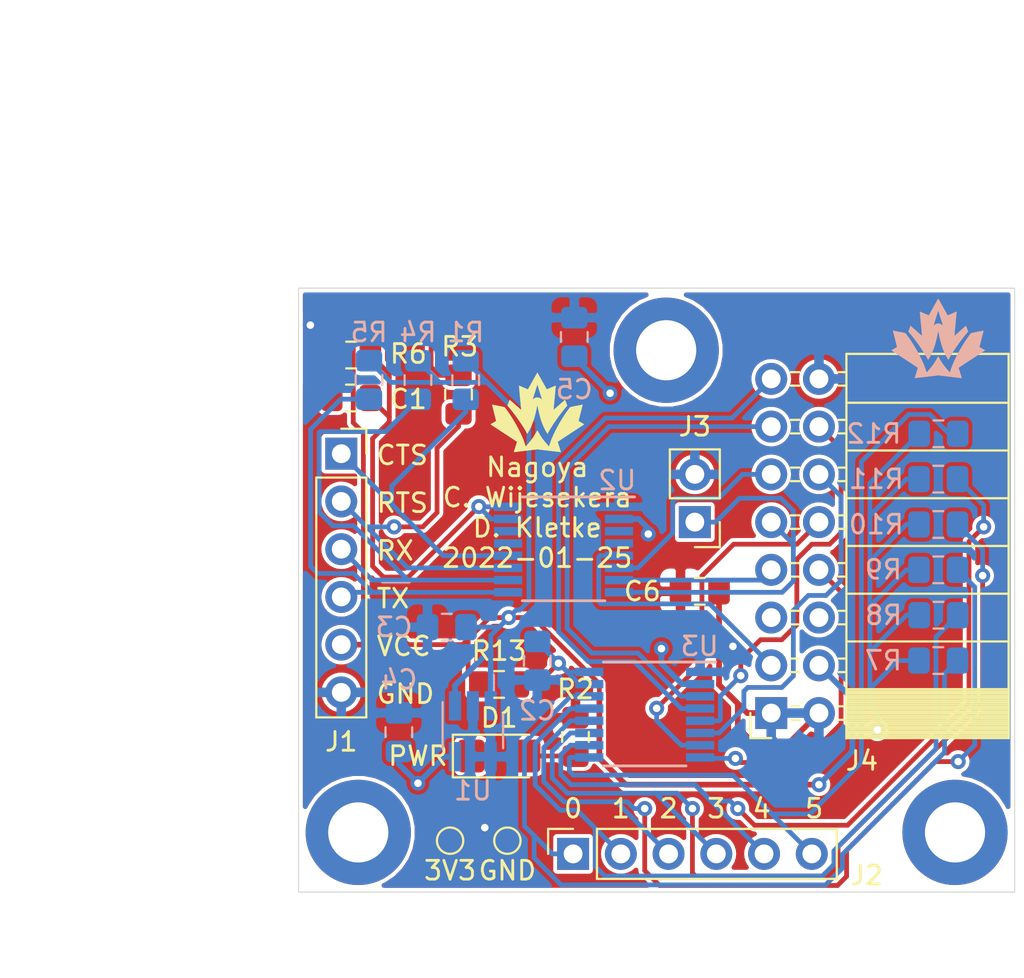
<source format=kicad_pcb>
(kicad_pcb (version 20171130) (host pcbnew "(5.1.2)-1")
  (layers (0 F.Cu signal) (31 B.Cu signal) (34 B.Paste user hide) (35 F.Paste user hide) (36 B.SilkS user) (37 F.SilkS user) (38 B.Mask user) (39 F.Mask user hide) (44 Edge.Cuts user))
  (net 0 "")
  (net 1 GND)
  (net 2 +3V3)
  (net 3 "Net-(D1-Pad2)")
  (net 4 /TX_H)
  (net 5 /RX_H)
  (net 6 /~RTS_H)
  (net 7 /~CTS_H)
  (net 8 /GPIO5_H)
  (net 9 /GPIO4_H)
  (net 10 /GPIO3_H)
  (net 11 /GPIO2_H)
  (net 12 /GPIO1_H)
  (net 13 /GPIO0_H)
  (net 14 /TX)
  (net 15 /GPIO1)
  (net 16 /GPIO2)
  (net 17 /GPIO0)
  (net 18 /GPIO3)
  (net 19 /~RTS)
  (net 20 /GPIO4)
  (net 21 /GPIO5)
  (net 22 /RX)
  (net 23 "Net-(J4-Pad6)")
  (net 24 "Net-(J4-Pad5)")
  (net 25 /~CTS)
  (net 26 "Net-(U2-Pad14)")
  (net 27 "Net-(U2-Pad3)")
  (net 28 +5V)
  (net 29 "Net-(U2-Pad13)")
  (net 30 "Net-(U2-Pad4)")
  (net 31 /EN1)
  (net 32 /EN2)
  (module Connector_PinHeader_2.54mm:PinHeader_1x02_P2.54mm_Vertical (layer F.Cu) (at 210.312 96.52 180)
    (fp_text reference J3 (at 0 5.08) (layer F.SilkS))
    (fp_text value "Bootload Short")
    (pad 2 thru_hole oval (at 0 2.54 180) (size 1.7 1.7) (drill 1) (layers *.Cu *.Mask) (net 1 GND))
    (pad 1 thru_hole rect (at 0 0 180) (size 1.7 1.7) (drill 1) (layers *.Cu *.Mask) (net 14 /TX))
  )
  (module Connector_PinSocket_2.54mm:PinSocket_1x06_P2.54mm_Vertical (layer F.Cu) (at 203.835 114.173 90)
    (fp_text reference J2 (at -1.143 15.621 180) (layer F.SilkS))
    (fp_text value 0.1in_Header_Pins_01x06)
    (pad 6 thru_hole oval (at 0 12.7 90) (size 1.7 1.7) (drill 1) (layers *.Cu *.Mask) (net 8 /GPIO5_H))
    (pad 5 thru_hole oval (at 0 10.16 90) (size 1.7 1.7) (drill 1) (layers *.Cu *.Mask) (net 9 /GPIO4_H))
    (pad 4 thru_hole oval (at 0 7.62 90) (size 1.7 1.7) (drill 1) (layers *.Cu *.Mask) (net 10 /GPIO3_H))
    (pad 3 thru_hole oval (at 0 5.08 90) (size 1.7 1.7) (drill 1) (layers *.Cu *.Mask) (net 11 /GPIO2_H))
    (pad 2 thru_hole oval (at 0 2.54 90) (size 1.7 1.7) (drill 1) (layers *.Cu *.Mask) (net 12 /GPIO1_H))
    (pad 1 thru_hole rect (at 0 0 90) (size 1.7 1.7) (drill 1) (layers *.Cu *.Mask) (net 13 /GPIO0_H))
  )
  (module Package_SO:TSSOP-16_4.4x5mm_P0.65mm (layer B.Cu) (at 207.645 106.766 180)
    (fp_text reference U3 (at -2.921 3.642) (layer B.SilkS) (effects (justify mirror)))
    (fp_text value NVT2006PW)
    (pad 16 smd rect (at 2.95 2.275 180) (size 1.5 0.45) (layers B.Cu B.Paste B.Mask) (net 32 /EN2))
    (pad 15 smd rect (at 2.95 1.625 180) (size 1.5 0.45) (layers B.Cu B.Paste B.Mask) (net 32 /EN2))
    (pad 14 smd rect (at 2.95 0.975 180) (size 1.5 0.45) (layers B.Cu B.Paste B.Mask) (net 13 /GPIO0_H))
    (pad 13 smd rect (at 2.95 0.325 180) (size 1.5 0.45) (layers B.Cu B.Paste B.Mask) (net 12 /GPIO1_H))
    (pad 12 smd rect (at 2.95 -0.325 180) (size 1.5 0.45) (layers B.Cu B.Paste B.Mask) (net 11 /GPIO2_H))
    (pad 11 smd rect (at 2.95 -0.975 180) (size 1.5 0.45) (layers B.Cu B.Paste B.Mask) (net 10 /GPIO3_H))
    (pad 10 smd rect (at 2.95 -1.625 180) (size 1.5 0.45) (layers B.Cu B.Paste B.Mask) (net 9 /GPIO4_H))
    (pad 9 smd rect (at 2.95 -2.275 180) (size 1.5 0.45) (layers B.Cu B.Paste B.Mask) (net 8 /GPIO5_H))
    (pad 8 smd rect (at -2.95 -2.275 180) (size 1.5 0.45) (layers B.Cu B.Paste B.Mask) (net 21 /GPIO5))
    (pad 7 smd rect (at -2.95 -1.625 180) (size 1.5 0.45) (layers B.Cu B.Paste B.Mask) (net 20 /GPIO4))
    (pad 6 smd rect (at -2.95 -0.975 180) (size 1.5 0.45) (layers B.Cu B.Paste B.Mask) (net 18 /GPIO3))
    (pad 5 smd rect (at -2.95 -0.325 180) (size 1.5 0.45) (layers B.Cu B.Paste B.Mask) (net 16 /GPIO2))
    (pad 4 smd rect (at -2.95 0.325 180) (size 1.5 0.45) (layers B.Cu B.Paste B.Mask) (net 15 /GPIO1))
    (pad 3 smd rect (at -2.95 0.975 180) (size 1.5 0.45) (layers B.Cu B.Paste B.Mask) (net 17 /GPIO0))
    (pad 2 smd rect (at -2.95 1.625 180) (size 1.5 0.45) (layers B.Cu B.Paste B.Mask) (net 2 +3V3))
    (pad 1 smd rect (at -2.95 2.275 180) (size 1.5 0.45) (layers B.Cu B.Paste B.Mask) (net 1 GND))
  )
  (module Package_SO:TSSOP-16_4.4x5mm_P0.65mm (layer B.Cu) (at 203.327 97.9805 180)
    (fp_text reference U2 (at -2.8575 3.683) (layer B.SilkS) (effects (justify mirror)))
    (fp_text value NVT2006PW)
    (pad 16 smd rect (at 2.95 2.275 180) (size 1.5 0.45) (layers B.Cu B.Paste B.Mask) (net 31 /EN1))
    (pad 15 smd rect (at 2.95 1.625 180) (size 1.5 0.45) (layers B.Cu B.Paste B.Mask) (net 31 /EN1))
    (pad 14 smd rect (at 2.95 0.975 180) (size 1.5 0.45) (layers B.Cu B.Paste B.Mask) (net 26 "Net-(U2-Pad14)"))
    (pad 13 smd rect (at 2.95 0.325 180) (size 1.5 0.45) (layers B.Cu B.Paste B.Mask) (net 29 "Net-(U2-Pad13)"))
    (pad 12 smd rect (at 2.95 -0.325 180) (size 1.5 0.45) (layers B.Cu B.Paste B.Mask) (net 7 /~CTS_H))
    (pad 11 smd rect (at 2.95 -0.975 180) (size 1.5 0.45) (layers B.Cu B.Paste B.Mask) (net 6 /~RTS_H))
    (pad 10 smd rect (at 2.95 -1.625 180) (size 1.5 0.45) (layers B.Cu B.Paste B.Mask) (net 5 /RX_H))
    (pad 9 smd rect (at 2.95 -2.275 180) (size 1.5 0.45) (layers B.Cu B.Paste B.Mask) (net 4 /TX_H))
    (pad 8 smd rect (at -2.95 -2.275 180) (size 1.5 0.45) (layers B.Cu B.Paste B.Mask) (net 14 /TX))
    (pad 7 smd rect (at -2.95 -1.625 180) (size 1.5 0.45) (layers B.Cu B.Paste B.Mask) (net 22 /RX))
    (pad 6 smd rect (at -2.95 -0.975 180) (size 1.5 0.45) (layers B.Cu B.Paste B.Mask) (net 19 /~RTS))
    (pad 5 smd rect (at -2.95 -0.325 180) (size 1.5 0.45) (layers B.Cu B.Paste B.Mask) (net 25 /~CTS))
    (pad 4 smd rect (at -2.95 0.325 180) (size 1.5 0.45) (layers B.Cu B.Paste B.Mask) (net 30 "Net-(U2-Pad4)"))
    (pad 3 smd rect (at -2.95 0.975 180) (size 1.5 0.45) (layers B.Cu B.Paste B.Mask) (net 27 "Net-(U2-Pad3)"))
    (pad 2 smd rect (at -2.95 1.625 180) (size 1.5 0.45) (layers B.Cu B.Paste B.Mask) (net 2 +3V3))
    (pad 1 smd rect (at -2.95 2.275 180) (size 1.5 0.45) (layers B.Cu B.Paste B.Mask) (net 1 GND))
  )
  (module Resistor_SMD:R_0805_2012Metric_Pad1.15x1.40mm_HandSolder (layer F.Cu) (at 199.898 105.156)
    (fp_text reference R13 (at 0 -1.778) (layer F.SilkS))
    (fp_text value 200k)
    (pad 2 smd roundrect (at 1.025 0) (size 1.15 1.4) (layers F.Cu F.Paste F.Mask) (roundrect_rratio 0.217391) (net 32 /EN2))
    (pad 1 smd roundrect (at -1.025 0) (size 1.15 1.4) (layers F.Cu F.Paste F.Mask) (roundrect_rratio 0.217391) (net 28 +5V))
  )
  (module Resistor_SMD:R_0805_2012Metric_Pad1.15x1.40mm_HandSolder (layer B.Cu) (at 223.275 91.821)
    (fp_text reference R12 (at -3.438 0) (layer B.SilkS) (effects (justify mirror)))
    (fp_text value 2k)
    (pad 2 smd roundrect (at 1.025 0) (size 1.15 1.4) (layers B.Cu B.Paste B.Mask) (roundrect_rratio 0.217391) (net 8 /GPIO5_H))
    (pad 1 smd roundrect (at -1.025 0) (size 1.15 1.4) (layers B.Cu B.Paste B.Mask) (roundrect_rratio 0.217391) (net 28 +5V))
  )
  (module Resistor_SMD:R_0805_2012Metric_Pad1.15x1.40mm_HandSolder (layer B.Cu) (at 223.266 94.234)
    (fp_text reference R11 (at -3.302 0) (layer B.SilkS) (effects (justify mirror)))
    (fp_text value 2k)
    (pad 2 smd roundrect (at 1.025 0) (size 1.15 1.4) (layers B.Cu B.Paste B.Mask) (roundrect_rratio 0.217391) (net 9 /GPIO4_H))
    (pad 1 smd roundrect (at -1.025 0) (size 1.15 1.4) (layers B.Cu B.Paste B.Mask) (roundrect_rratio 0.217391) (net 28 +5V))
  )
  (module Resistor_SMD:R_0805_2012Metric_Pad1.15x1.40mm_HandSolder (layer B.Cu) (at 223.266 96.647)
    (fp_text reference R10 (at -3.302 0) (layer B.SilkS) (effects (justify mirror)))
    (fp_text value 2k)
    (pad 2 smd roundrect (at 1.025 0) (size 1.15 1.4) (layers B.Cu B.Paste B.Mask) (roundrect_rratio 0.217391) (net 10 /GPIO3_H))
    (pad 1 smd roundrect (at -1.025 0) (size 1.15 1.4) (layers B.Cu B.Paste B.Mask) (roundrect_rratio 0.217391) (net 28 +5V))
  )
  (module Resistor_SMD:R_0805_2012Metric_Pad1.15x1.40mm_HandSolder (layer B.Cu) (at 223.266 99.06)
    (fp_text reference R9 (at -2.921 -0.011) (layer B.SilkS) (effects (justify mirror)))
    (fp_text value 2k)
    (pad 2 smd roundrect (at 1.025 0) (size 1.15 1.4) (layers B.Cu B.Paste B.Mask) (roundrect_rratio 0.217391) (net 11 /GPIO2_H))
    (pad 1 smd roundrect (at -1.025 0) (size 1.15 1.4) (layers B.Cu B.Paste B.Mask) (roundrect_rratio 0.217391) (net 28 +5V))
  )
  (module Resistor_SMD:R_0805_2012Metric_Pad1.15x1.40mm_HandSolder (layer B.Cu) (at 223.275 101.473)
    (fp_text reference R8 (at -2.921 0) (layer B.SilkS) (effects (justify mirror)))
    (fp_text value 2k)
    (pad 2 smd roundrect (at 1.025 0) (size 1.15 1.4) (layers B.Cu B.Paste B.Mask) (roundrect_rratio 0.217391) (net 12 /GPIO1_H))
    (pad 1 smd roundrect (at -1.025 0) (size 1.15 1.4) (layers B.Cu B.Paste B.Mask) (roundrect_rratio 0.217391) (net 28 +5V))
  )
  (module Resistor_SMD:R_0805_2012Metric_Pad1.15x1.40mm_HandSolder (layer B.Cu) (at 223.266 103.886)
    (fp_text reference R7 (at -2.921 0) (layer B.SilkS) (effects (justify mirror)))
    (fp_text value 2k)
    (pad 2 smd roundrect (at 1.025 0) (size 1.15 1.4) (layers B.Cu B.Paste B.Mask) (roundrect_rratio 0.217391) (net 13 /GPIO0_H))
    (pad 1 smd roundrect (at -1.025 0) (size 1.15 1.4) (layers B.Cu B.Paste B.Mask) (roundrect_rratio 0.217391) (net 28 +5V))
  )
  (module Resistor_SMD:R_0805_2012Metric_Pad1.15x1.40mm_HandSolder (layer F.Cu) (at 192.024 87.63)
    (fp_text reference R6 (at 3.048 -0.0635) (layer F.SilkS))
    (fp_text value 200k)
    (pad 2 smd roundrect (at 1.025 0) (size 1.15 1.4) (layers F.Cu F.Paste F.Mask) (roundrect_rratio 0.217391) (net 31 /EN1))
    (pad 1 smd roundrect (at -1.025 0) (size 1.15 1.4) (layers F.Cu F.Paste F.Mask) (roundrect_rratio 0.217391) (net 28 +5V))
  )
  (module Resistor_SMD:R_0805_2012Metric_Pad1.15x1.40mm_HandSolder (layer B.Cu) (at 192.9765 88.9545 270)
    (fp_text reference R5 (at -2.531 0 180) (layer B.SilkS) (effects (justify mirror)))
    (fp_text value 2k)
    (pad 2 smd roundrect (at 1.025 0 270) (size 1.15 1.4) (layers B.Cu B.Paste B.Mask) (roundrect_rratio 0.217391) (net 4 /TX_H))
    (pad 1 smd roundrect (at -1.025 0 270) (size 1.15 1.4) (layers B.Cu B.Paste B.Mask) (roundrect_rratio 0.217391) (net 28 +5V))
  )
  (module Resistor_SMD:R_0805_2012Metric_Pad1.15x1.40mm_HandSolder (layer B.Cu) (at 195.58 88.9635 270)
    (fp_text reference R4 (at -2.54 0 180) (layer B.SilkS) (effects (justify mirror)))
    (fp_text value 2k)
    (pad 2 smd roundrect (at 1.025 0 270) (size 1.15 1.4) (layers B.Cu B.Paste B.Mask) (roundrect_rratio 0.217391) (net 5 /RX_H))
    (pad 1 smd roundrect (at -1.025 0 270) (size 1.15 1.4) (layers B.Cu B.Paste B.Mask) (roundrect_rratio 0.217391) (net 28 +5V))
  )
  (module Resistor_SMD:R_0805_2012Metric_Pad1.15x1.40mm_HandSolder (layer F.Cu) (at 197.739 89.7345 270)
    (fp_text reference R3 (at -2.549 -0.0635 180) (layer F.SilkS))
    (fp_text value 2k)
    (pad 2 smd roundrect (at 1.025 0 270) (size 1.15 1.4) (layers F.Cu F.Paste F.Mask) (roundrect_rratio 0.217391) (net 6 /~RTS_H))
    (pad 1 smd roundrect (at -1.025 0 270) (size 1.15 1.4) (layers F.Cu F.Paste F.Mask) (roundrect_rratio 0.217391) (net 28 +5V))
  )
  (module Resistor_SMD:R_0805_2012Metric_Pad1.15x1.40mm_HandSolder (layer B.Cu) (at 198.12 88.9635 270)
    (fp_text reference R1 (at -2.54 0 180) (layer B.SilkS) (effects (justify mirror)))
    (fp_text value 2k)
    (pad 2 smd roundrect (at 1.025 0 270) (size 1.15 1.4) (layers B.Cu B.Paste B.Mask) (roundrect_rratio 0.217391) (net 7 /~CTS_H))
    (pad 1 smd roundrect (at -1.025 0 270) (size 1.15 1.4) (layers B.Cu B.Paste B.Mask) (roundrect_rratio 0.217391) (net 28 +5V))
  )
  (module Capacitor_SMD:C_0805_2012Metric_Pad1.15x1.40mm_HandSolder (layer F.Cu) (at 210.575 100.203 180)
    (fp_text reference C6 (at 3.057 0) (layer F.SilkS))
    (fp_text value 0.1u)
    (pad 2 smd roundrect (at 1.025 0 180) (size 1.15 1.4) (layers F.Cu F.Paste F.Mask) (roundrect_rratio 0.217391) (net 2 +3V3))
    (pad 1 smd roundrect (at -1.025 0 180) (size 1.15 1.4) (layers F.Cu F.Paste F.Mask) (roundrect_rratio 0.217391) (net 1 GND))
  )
  (module Capacitor_SMD:C_0805_2012Metric_Pad1.15x1.40mm_HandSolder (layer B.Cu) (at 201.93 103.895 90)
    (fp_text reference C2 (at -2.658 0 180) (layer B.SilkS) (effects (justify mirror)))
    (fp_text value 0.1u)
    (pad 2 smd roundrect (at 1.025 0 90) (size 1.15 1.4) (layers B.Cu B.Paste B.Mask) (roundrect_rratio 0.217391) (net 32 /EN2))
    (pad 1 smd roundrect (at -1.025 0 90) (size 1.15 1.4) (layers B.Cu B.Paste B.Mask) (roundrect_rratio 0.217391) (net 1 GND))
  )
  (module Package_TO_SOT_SMD:SOT-23-5_HandSoldering (layer B.Cu) (at 198.501 107.649 270)
    (fp_text reference U1 (at 3.1585 0 180) (layer B.SilkS) (effects (justify mirror)))
    (fp_text value 497-18013-1-ND)
    (pad 5 smd rect (at 1.35 0.95 270) (size 1.56 0.65) (layers B.Cu B.Paste B.Mask) (net 2 +3V3))
    (pad 4 smd rect (at 1.35 -0.95 270) (size 1.56 0.65) (layers B.Cu B.Paste B.Mask) (net 1 GND))
    (pad 3 smd rect (at -1.35 -0.95 270) (size 1.56 0.65) (layers B.Cu B.Paste B.Mask) (net 28 +5V))
    (pad 2 smd rect (at -1.35 0 270) (size 1.56 0.65) (layers B.Cu B.Paste B.Mask) (net 1 GND))
    (pad 1 smd rect (at -1.35 0.95 270) (size 1.56 0.65) (layers B.Cu B.Paste B.Mask) (net 28 +5V))
  )
  (module Connector_PinSocket_2.54mm:PinSocket_2x08_P2.54mm_Horizontal (layer F.Cu) (at 214.376 106.68 180)
    (fp_text reference J4 (at -4.826 -2.54) (layer F.SilkS))
    (fp_text value "RFD900x RADIO MODEM CONN")
    (pad 16 thru_hole oval (at -2.54 17.78 180) (size 1.7 1.7) (drill 1) (layers *.Cu *.Mask) (net 1 GND))
    (pad 15 thru_hole oval (at 0 17.78 180) (size 1.7 1.7) (drill 1) (layers *.Cu *.Mask) (net 15 /GPIO1))
    (pad 14 thru_hole oval (at -2.54 15.24 180) (size 1.7 1.7) (drill 1) (layers *.Cu *.Mask) (net 16 /GPIO2))
    (pad 13 thru_hole oval (at 0 15.24 180) (size 1.7 1.7) (drill 1) (layers *.Cu *.Mask) (net 17 /GPIO0))
    (pad 12 thru_hole oval (at -2.54 12.7 180) (size 1.7 1.7) (drill 1) (layers *.Cu *.Mask) (net 18 /GPIO3))
    (pad 11 thru_hole oval (at 0 12.7 180) (size 1.7 1.7) (drill 1) (layers *.Cu *.Mask) (net 19 /~RTS))
    (pad 10 thru_hole oval (at -2.54 10.16 180) (size 1.7 1.7) (drill 1) (layers *.Cu *.Mask) (net 20 /GPIO4))
    (pad 9 thru_hole oval (at 0 10.16 180) (size 1.7 1.7) (drill 1) (layers *.Cu *.Mask) (net 14 /TX))
    (pad 8 thru_hole oval (at -2.54 7.62 180) (size 1.7 1.7) (drill 1) (layers *.Cu *.Mask) (net 21 /GPIO5))
    (pad 7 thru_hole oval (at 0 7.62 180) (size 1.7 1.7) (drill 1) (layers *.Cu *.Mask) (net 22 /RX))
    (pad 6 thru_hole oval (at -2.54 5.08 180) (size 1.7 1.7) (drill 1) (layers *.Cu *.Mask) (net 23 "Net-(J4-Pad6)"))
    (pad 5 thru_hole oval (at 0 5.08 180) (size 1.7 1.7) (drill 1) (layers *.Cu *.Mask) (net 24 "Net-(J4-Pad5)"))
    (pad 4 thru_hole oval (at -2.54 2.54 180) (size 1.7 1.7) (drill 1) (layers *.Cu *.Mask) (net 28 +5V))
    (pad 3 thru_hole oval (at 0 2.54 180) (size 1.7 1.7) (drill 1) (layers *.Cu *.Mask) (net 25 /~CTS))
    (pad 2 thru_hole oval (at -2.54 0 180) (size 1.7 1.7) (drill 1) (layers *.Cu *.Mask) (net 1 GND))
    (pad 1 thru_hole rect (at 0 0 180) (size 1.7 1.7) (drill 1) (layers *.Cu *.Mask) (net 1 GND))
  )
  (module LED_SMD:LED_1206_3216Metric_Pad1.42x1.75mm_HandSolder (layer F.Cu) (at 199.898 108.966)
    (fp_text reference D1 (at 0 -2.032) (layer F.SilkS))
    (fp_text value LED_White)
    (pad 2 smd roundrect (at 1.4875 0) (size 1.425 1.75) (layers F.Cu F.Paste F.Mask) (roundrect_rratio 0.175439) (net 3 "Net-(D1-Pad2)"))
    (pad 1 smd roundrect (at -1.4875 0) (size 1.425 1.75) (layers F.Cu F.Paste F.Mask) (roundrect_rratio 0.175439) (net 1 GND))
  )
  (module Resistor_SMD:R_0805_2012Metric_Pad1.15x1.40mm_HandSolder (layer F.Cu) (at 203.962 107.95 270)
    (fp_text reference R2 (at -2.54 0 180) (layer F.SilkS))
    (fp_text value 50)
    (pad 2 smd roundrect (at 1.025 0 270) (size 1.15 1.4) (layers F.Cu F.Paste F.Mask) (roundrect_rratio 0.217391) (net 3 "Net-(D1-Pad2)"))
    (pad 1 smd roundrect (at -1.025 0 270) (size 1.15 1.4) (layers F.Cu F.Paste F.Mask) (roundrect_rratio 0.217391) (net 2 +3V3))
  )
  (module Connector_PinSocket_2.54mm:PinSocket_1x06_P2.54mm_Vertical (layer F.Cu) (at 191.5 92.88)
    (fp_text reference J1 (at 0 15.324) (layer F.SilkS))
    (fp_text value Conn_01x06_Male)
    (pad 6 thru_hole oval (at 0 12.7) (size 1.7 1.7) (drill 1) (layers *.Cu *.Mask) (net 1 GND))
    (pad 5 thru_hole oval (at 0 10.16) (size 1.7 1.7) (drill 1) (layers *.Cu *.Mask) (net 28 +5V))
    (pad 4 thru_hole oval (at 0 7.62) (size 1.7 1.7) (drill 1) (layers *.Cu *.Mask) (net 4 /TX_H))
    (pad 3 thru_hole oval (at 0 5.08) (size 1.7 1.7) (drill 1) (layers *.Cu *.Mask) (net 5 /RX_H))
    (pad 2 thru_hole oval (at 0 2.54) (size 1.7 1.7) (drill 1) (layers *.Cu *.Mask) (net 6 /~RTS_H))
    (pad 1 thru_hole rect (at 0 0) (size 1.7 1.7) (drill 1) (layers *.Cu *.Mask) (net 7 /~CTS_H))
  )
  (module TestPoint:TestPoint_Pad_D1.0mm (layer F.Cu) (at 200.338 113.47 90)
    (fp_text reference TP2 hide)
    (fp_text value Test_GND)
    (pad 1 smd circle (at 0 0 90) (size 1 1) (layers F.Cu F.Mask) (net 1 GND))
  )
  (module TestPoint:TestPoint_Pad_D1.0mm (layer F.Cu) (at 197.29 113.47 90)
    (fp_text reference TP1 hide)
    (fp_text value Test_3V3)
    (pad 1 smd circle (at 0 0 90) (size 1 1) (layers F.Cu F.Mask) (net 2 +3V3))
  )
  (module MountingHole:MountingHole_3.2mm_M3_DIN965_Pad (layer F.Cu) (at 192.405 113.03)
    (fp_text reference REF** hide)
    (fp_text value MountingHole_3.2mm_M3_DIN965_Pad)
    (pad 1 thru_hole circle (at 0 0) (size 5.6 5.6) (drill 3.2) (layers *.Cu *.Mask))
  )
  (module MountingHole:MountingHole_3.2mm_M3_DIN965_Pad (layer F.Cu) (at 208.788 87.376)
    (fp_text reference REF** hide)
    (fp_text value MountingHole_3.2mm_M3_DIN965_Pad)
    (pad 1 thru_hole circle (at 0 0) (size 5.6 5.6) (drill 3.2) (layers *.Cu *.Mask))
  )
  (module MountingHole:MountingHole_3.2mm_M3_DIN965_Pad (layer F.Cu) (at 224.155 113.03)
    (fp_text reference REF** hide)
    (fp_text value MountingHole_3.2mm_M3_DIN965_Pad)
    (pad 1 thru_hole circle (at 0 0) (size 5.6 5.6) (drill 3.2) (layers *.Cu *.Mask))
  )
  (module team_logo:Logo_SilkScreen_5mm (layer B.Cu) (at 223.266 86.741 180)
    (fp_text reference G*** hide)
    (fp_text value LOGO hide)
  )
  (module team_logo:Logo_SilkScreen_5mm (layer F.Cu) (at 201.93 90.678)
    (fp_text reference G*** hide)
    (fp_text value LOGO hide)
  )
  (module Capacitor_SMD:C_0805_2012Metric_Pad1.15x1.40mm_HandSolder (layer B.Cu) (at 197.113 102.108)
    (fp_text reference C3 (at -2.803 0 180) (layer B.SilkS) (effects (justify mirror)))
    (fp_text value 1u)
    (pad 2 smd roundrect (at 1.025 0) (size 1.15 1.4) (layers B.Cu B.Paste B.Mask) (roundrect_rratio 0.217391) (net 28 +5V))
    (pad 1 smd roundrect (at -1.025 0) (size 1.15 1.4) (layers B.Cu B.Paste B.Mask) (roundrect_rratio 0.217391) (net 1 GND))
  )
  (module Capacitor_SMD:C_0805_2012Metric_Pad1.15x1.40mm_HandSolder (layer B.Cu) (at 203.8985 86.6685 270)
    (fp_text reference C5 (at 2.794 0) (layer B.SilkS) (effects (justify mirror)))
    (fp_text value 0.1u)
    (pad 1 smd roundrect (at -1.025 0 270) (size 1.15 1.4) (layers B.Cu B.Paste B.Mask) (roundrect_rratio 0.217391) (net 1 GND))
    (pad 2 smd roundrect (at 1.025 0 270) (size 1.15 1.4) (layers B.Cu B.Paste B.Mask) (roundrect_rratio 0.217391) (net 2 +3V3))
  )
  (module Capacitor_SMD:C_0805_2012Metric_Pad1.15x1.40mm_HandSolder (layer B.Cu) (at 194.564 107.696 90)
    (fp_text reference C4 (at 2.794 0) (layer B.SilkS) (effects (justify mirror)))
    (fp_text value 1u)
    (pad 1 smd roundrect (at -1.025 0 90) (size 1.15 1.4) (layers B.Cu B.Paste B.Mask) (roundrect_rratio 0.217391) (net 2 +3V3))
    (pad 2 smd roundrect (at 1.025 0 90) (size 1.15 1.4) (layers B.Cu B.Paste B.Mask) (roundrect_rratio 0.217391) (net 1 GND))
  )
  (module Capacitor_SMD:C_0805_2012Metric_Pad1.15x1.40mm_HandSolder (layer F.Cu) (at 192.015 89.916)
    (fp_text reference C1 (at 3.057 0.0635) (layer F.SilkS))
    (fp_text value 0.1u)
    (pad 2 smd roundrect (at 1.025 0) (size 1.15 1.4) (layers F.Cu F.Paste F.Mask) (roundrect_rratio 0.217391) (net 31 /EN1))
    (pad 1 smd roundrect (at -1.025 0) (size 1.15 1.4) (layers F.Cu F.Paste F.Mask) (roundrect_rratio 0.217391) (net 1 GND))
  )
  (gr_text PWR (at 195.58 108.966) (layer F.SilkS) (effects (font (size 1 1))))
  (gr_text 5 (at 216.662 111.76) (layer F.SilkS) (effects (font (size 1 1))))
  (gr_text 4 (at 213.868 111.76) (layer F.SilkS) (effects (font (size 1 1))))
  (gr_text "1\n" (at 206.375 111.76) (layer F.SilkS) (effects (font (size 1 1))))
  (gr_text 2 (at 208.915 111.76) (layer F.SilkS) (effects (font (size 1 1))))
  (gr_text 3 (at 211.455 111.76) (layer F.SilkS) (effects (font (size 1 1))))
  (gr_text GND (at 200.338 115.062) (layer F.SilkS) (effects (font (size 1 1))))
  (gr_text 3V3 (at 197.29 115.062) (layer F.SilkS) (effects (font (size 1 1))))
  (gr_text "Nagoya\nC. Wijesekera\nD. Kletke\n2022-01-25" (at 201.93 96.012) (layer F.SilkS) (effects (font (size 1 1))))
  (gr_text GND (at 193.294 105.664) (layer F.SilkS) (effects (font (size 1 1)) (justify left)))
  (gr_text VCC (at 193.294 103.124) (layer F.SilkS) (effects (font (size 1 1)) (justify left)))
  (gr_text TX (at 193.294 100.584) (layer F.SilkS) (effects (font (size 1 1)) (justify left)))
  (gr_text RX (at 193.294 98.044) (layer F.SilkS) (effects (font (size 1 1)) (justify left)))
  (gr_text RTS (at 193.294 95.504) (layer F.SilkS) (effects (font (size 1 1)) (justify left)))
  (gr_text CTS (at 193.294 92.964) (layer F.SilkS) (effects (font (size 1 1)) (justify left)))
  (gr_text 0 (at 203.835 111.76) (layer F.SilkS) (effects (font (size 1 1))))
  (gr_line (start 227.33 84.074) (end 189.23 84.074) (layer Edge.Cuts) (width 0.05))
  (gr_line (start 227.33 116.205) (end 227.33 84.074) (layer Edge.Cuts) (width 0.05))
  (gr_line (start 189.23 116.205) (end 227.33 116.205) (layer Edge.Cuts) (width 0.05))
  (gr_line (start 189.23 84.074) (end 189.23 116.205) (layer Edge.Cuts) (width 0.05))
  (segment (start 194.564 106.671) (end 195.264 106.671) (width 0.3048) (layer B.Cu) (net 1))
  (segment (start 214.448774 107.324) (end 214.869725 106.903049) (width 0.254) (layer B.Cu) (net 1))
  (via (at 199.136 112.776) (size 0.8) (drill 0.4) (layers F.Cu B.Cu) (net 1))
  (segment (start 198.4105 112.0505) (end 199.136 112.776) (width 0.3048) (layer F.Cu) (net 1))
  (segment (start 198.4105 108.966) (end 198.4105 112.0505) (width 0.3048) (layer F.Cu) (net 1))
  (segment (start 199.644 112.776) (end 200.338 113.47) (width 0.3048) (layer F.Cu) (net 1))
  (segment (start 199.136 112.776) (end 199.644 112.776) (width 0.3048) (layer F.Cu) (net 1))
  (segment (start 213.106 106.68) (end 214.376 106.68) (width 0.3048) (layer F.Cu) (net 1))
  (segment (start 211.6 105.156) (end 211.591 105.165) (width 0.3048) (layer F.Cu) (net 1))
  (via (at 189.855 86.03967) (size 0.8) (drill 0.4) (layers F.Cu B.Cu) (net 1))
  (segment (start 190.99 89.916) (end 189.855 88.781) (width 0.3048) (layer F.Cu) (net 1))
  (segment (start 189.855 88.781) (end 189.855 86.03967) (width 0.3048) (layer F.Cu) (net 1))
  (via (at 212.337933 103.130067) (size 0.8) (drill 0.4) (layers F.Cu B.Cu) (net 1))
  (segment (start 211.854 103.614) (end 212.337933 103.130067) (width 0.3048) (layer F.Cu) (net 1))
  (segment (start 211.6 103.614) (end 211.854 103.614) (width 0.3048) (layer F.Cu) (net 1))
  (segment (start 211.6 103.614) (end 211.6 105.156) (width 0.3048) (layer F.Cu) (net 1))
  (segment (start 211.6 100.203) (end 211.6 103.614) (width 0.3048) (layer F.Cu) (net 1))
  (segment (start 212.598 106.172) (end 212.598 107.442) (width 0.3048) (layer F.Cu) (net 1))
  (segment (start 212.598 106.172) (end 213.106 106.68) (width 0.3048) (layer F.Cu) (net 1))
  (segment (start 211.591 105.165) (end 212.598 106.172) (width 0.3048) (layer F.Cu) (net 1))
  (segment (start 212.598 107.442) (end 213.36 108.204) (width 0.3048) (layer F.Cu) (net 1))
  (segment (start 215.392 108.204) (end 216.916 106.68) (width 0.3048) (layer F.Cu) (net 1))
  (segment (start 213.36 108.204) (end 215.392 108.204) (width 0.3048) (layer F.Cu) (net 1))
  (via (at 195.58 110.414) (size 0.8) (drill 0.4) (layers F.Cu B.Cu) (net 2))
  (segment (start 195.58 110.414) (end 195.679 110.414) (width 0.3048) (layer B.Cu) (net 2))
  (segment (start 194.564 109.398) (end 195.58 110.414) (width 0.3048) (layer B.Cu) (net 2))
  (segment (start 194.564 108.721) (end 194.564 109.398) (width 0.3048) (layer B.Cu) (net 2))
  (segment (start 196.995 108.999) (end 195.58 110.414) (width 0.3048) (layer B.Cu) (net 2))
  (segment (start 197.551 108.999) (end 196.995 108.999) (width 0.3048) (layer B.Cu) (net 2))
  (via (at 208.534 103.251) (size 0.8) (drill 0.4) (layers F.Cu B.Cu) (net 2))
  (segment (start 208.534 104.039322) (end 208.534 103.251) (width 0.3048) (layer B.Cu) (net 2))
  (segment (start 210.595 105.141) (end 209.635678 105.141) (width 0.3048) (layer B.Cu) (net 2))
  (segment (start 209.635678 105.141) (end 208.534 104.039322) (width 0.3048) (layer B.Cu) (net 2))
  (via (at 207.8355 97.155) (size 0.8) (drill 0.4) (layers F.Cu B.Cu) (net 2))
  (segment (start 207.8355 96.8592) (end 207.8355 97.155) (width 0.3048) (layer B.Cu) (net 2))
  (segment (start 206.277 96.3555) (end 207.3318 96.3555) (width 0.3048) (layer B.Cu) (net 2))
  (segment (start 207.3318 96.3555) (end 207.8355 96.8592) (width 0.3048) (layer B.Cu) (net 2))
  (via (at 205.8035 89.662) (size 0.8) (drill 0.4) (layers F.Cu B.Cu) (net 2))
  (segment (start 203.8985 87.6935) (end 203.8985 87.757) (width 0.3048) (layer B.Cu) (net 2))
  (segment (start 203.8985 87.757) (end 205.8035 89.662) (width 0.3048) (layer B.Cu) (net 2))
  (segment (start 203.953 108.966) (end 203.962 108.975) (width 0.254) (layer F.Cu) (net 3))
  (segment (start 201.3855 108.966) (end 203.953 108.966) (width 0.254) (layer F.Cu) (net 3))
  (segment (start 191.7445 100.2555) (end 191.5 100.5) (width 0.254) (layer B.Cu) (net 4))
  (segment (start 189.868989 98.868989) (end 190.2505 99.2505) (width 0.254) (layer B.Cu) (net 4))
  (segment (start 189.868989 91.580342) (end 189.868989 98.868989) (width 0.254) (layer B.Cu) (net 4))
  (segment (start 192.9765 89.9795) (end 191.469831 89.9795) (width 0.254) (layer B.Cu) (net 4))
  (segment (start 191.469831 89.9795) (end 189.868989 91.580342) (width 0.254) (layer B.Cu) (net 4))
  (segment (start 193.153434 100.2555) (end 193.2415 100.2555) (width 0.254) (layer B.Cu) (net 4))
  (segment (start 192.148434 99.2505) (end 193.153434 100.2555) (width 0.254) (layer B.Cu) (net 4))
  (segment (start 190.2505 99.2505) (end 192.148434 99.2505) (width 0.254) (layer B.Cu) (net 4))
  (segment (start 200.377 100.2555) (end 193.2415 100.2555) (width 0.254) (layer B.Cu) (net 4))
  (segment (start 193.2415 100.2555) (end 191.7445 100.2555) (width 0.254) (layer B.Cu) (net 4))
  (segment (start 193.1455 99.6055) (end 191.5 97.96) (width 0.254) (layer B.Cu) (net 5))
  (segment (start 194.59 99.6055) (end 193.1455 99.6055) (width 0.254) (layer B.Cu) (net 5))
  (segment (start 192.148434 96.7105) (end 195.043434 99.6055) (width 0.254) (layer B.Cu) (net 5))
  (segment (start 195.043434 99.6055) (end 195.2885 99.6055) (width 0.254) (layer B.Cu) (net 5))
  (segment (start 191.048538 96.7105) (end 192.148434 96.7105) (width 0.254) (layer B.Cu) (net 5))
  (segment (start 190.322999 95.984961) (end 191.048538 96.7105) (width 0.254) (layer B.Cu) (net 5))
  (segment (start 195.58 89.9885) (end 193.865501 91.702999) (width 0.254) (layer B.Cu) (net 5))
  (segment (start 200.377 99.6055) (end 195.2885 99.6055) (width 0.254) (layer B.Cu) (net 5))
  (segment (start 190.388399 91.702999) (end 190.322999 91.768399) (width 0.254) (layer B.Cu) (net 5))
  (segment (start 195.2885 99.6055) (end 194.59 99.6055) (width 0.254) (layer B.Cu) (net 5))
  (segment (start 193.865501 91.702999) (end 190.388399 91.702999) (width 0.254) (layer B.Cu) (net 5))
  (segment (start 190.322999 91.768399) (end 190.322999 95.984961) (width 0.254) (layer B.Cu) (net 5))
  (segment (start 200.377 98.9555) (end 195.0355 98.9555) (width 0.254) (layer B.Cu) (net 6))
  (segment (start 197.739 91.4345) (end 196.596 92.5775) (width 0.254) (layer F.Cu) (net 6))
  (segment (start 197.739 90.7595) (end 197.739 91.4345) (width 0.254) (layer F.Cu) (net 6))
  (segment (start 196.596 92.5775) (end 196.596 96.012) (width 0.254) (layer F.Cu) (net 6))
  (via (at 194.31 96.774) (size 0.8) (drill 0.4) (layers F.Cu B.Cu) (net 6))
  (segment (start 196.596 96.012) (end 195.834 96.774) (width 0.254) (layer F.Cu) (net 6))
  (segment (start 195.834 96.774) (end 194.31 96.774) (width 0.254) (layer F.Cu) (net 6))
  (segment (start 193.742065 96.77175) (end 192.85175 96.77175) (width 0.254) (layer B.Cu) (net 6))
  (segment (start 193.744315 96.774) (end 193.742065 96.77175) (width 0.254) (layer B.Cu) (net 6))
  (segment (start 194.31 96.774) (end 193.744315 96.774) (width 0.254) (layer B.Cu) (net 6))
  (segment (start 195.0355 98.9555) (end 192.85175 96.77175) (width 0.254) (layer B.Cu) (net 6))
  (segment (start 192.85175 96.77175) (end 191.5 95.42) (width 0.254) (layer B.Cu) (net 6))
  (segment (start 200.377 98.3055) (end 196.9255 98.3055) (width 0.254) (layer B.Cu) (net 7))
  (segment (start 194.18525 94.59825) (end 194.18525 95.56525) (width 0.254) (layer B.Cu) (net 7))
  (segment (start 198.12 90.6635) (end 194.18525 94.59825) (width 0.254) (layer B.Cu) (net 7))
  (segment (start 198.12 89.9885) (end 198.12 90.6635) (width 0.254) (layer B.Cu) (net 7))
  (segment (start 196.9255 98.3055) (end 194.18525 95.56525) (width 0.254) (layer B.Cu) (net 7))
  (segment (start 194.18525 95.56525) (end 191.5 92.88) (width 0.254) (layer B.Cu) (net 7))
  (segment (start 203.855398 109.982) (end 212.344 109.982) (width 0.254) (layer B.Cu) (net 8))
  (segment (start 203.633999 109.760601) (end 203.855398 109.982) (width 0.254) (layer B.Cu) (net 8))
  (segment (start 203.633999 109.098001) (end 203.633999 109.760601) (width 0.254) (layer B.Cu) (net 8))
  (segment (start 204.695 109.041) (end 203.691 109.041) (width 0.254) (layer B.Cu) (net 8))
  (segment (start 203.691 109.041) (end 203.633999 109.098001) (width 0.254) (layer B.Cu) (net 8))
  (segment (start 219.173409 109.308553) (end 216.436212 112.04575) (width 0.254) (layer B.Cu) (net 8))
  (segment (start 219.173409 93.306573) (end 219.173409 109.308553) (width 0.254) (layer B.Cu) (net 8))
  (segment (start 221.685992 90.79399) (end 219.173409 93.306573) (width 0.254) (layer B.Cu) (net 8))
  (segment (start 222.814008 90.79399) (end 221.685992 90.79399) (width 0.254) (layer B.Cu) (net 8))
  (segment (start 224.3 91.821) (end 223.841018 91.821) (width 0.254) (layer B.Cu) (net 8))
  (segment (start 223.841018 91.821) (end 222.814008 90.79399) (width 0.254) (layer B.Cu) (net 8))
  (segment (start 214.40775 112.04575) (end 216.535 114.173) (width 0.254) (layer B.Cu) (net 8))
  (segment (start 216.436212 112.04575) (end 214.40775 112.04575) (width 0.254) (layer B.Cu) (net 8))
  (segment (start 212.344 109.982) (end 214.40775 112.04575) (width 0.254) (layer B.Cu) (net 8))
  (segment (start 210.312 110.49) (end 213.995 114.173) (width 0.254) (layer B.Cu) (net 9))
  (segment (start 203.721331 110.49) (end 210.312 110.49) (width 0.254) (layer B.Cu) (net 9))
  (segment (start 203.179989 109.948658) (end 203.721331 110.49) (width 0.254) (layer B.Cu) (net 9))
  (segment (start 203.179989 108.902011) (end 203.179989 109.948658) (width 0.254) (layer B.Cu) (net 9))
  (segment (start 204.695 108.391) (end 203.691 108.391) (width 0.254) (layer B.Cu) (net 9))
  (segment (start 203.691 108.391) (end 203.179989 108.902011) (width 0.254) (layer B.Cu) (net 9))
  (via (at 225.679 96.774) (size 0.8) (drill 0.4) (layers F.Cu B.Cu) (net 9))
  (segment (start 224.291 94.234) (end 225.679 95.622) (width 0.254) (layer B.Cu) (net 9))
  (segment (start 225.679 95.622) (end 225.679 96.774) (width 0.254) (layer B.Cu) (net 9))
  (segment (start 224.899066 97.553934) (end 224.899066 106.189934) (width 0.254) (layer F.Cu) (net 9))
  (segment (start 225.679 96.774) (end 224.899066 97.553934) (width 0.254) (layer F.Cu) (net 9))
  (segment (start 224.899066 106.189934) (end 218.44 112.649) (width 0.254) (layer F.Cu) (net 9))
  (via (at 212.598 111.76) (size 0.8) (drill 0.4) (layers F.Cu B.Cu) (net 9))
  (segment (start 218.44 112.649) (end 213.487 112.649) (width 0.254) (layer F.Cu) (net 9))
  (segment (start 213.487 112.649) (end 212.598 111.76) (width 0.254) (layer F.Cu) (net 9))
  (segment (start 211.182001 111.360001) (end 210.312 110.49) (width 0.254) (layer B.Cu) (net 9))
  (segment (start 212.198001 111.360001) (end 211.182001 111.360001) (width 0.254) (layer B.Cu) (net 9))
  (segment (start 212.598 111.76) (end 212.198001 111.360001) (width 0.254) (layer B.Cu) (net 9))
  (segment (start 208.22601 110.94401) (end 211.455 114.173) (width 0.254) (layer B.Cu) (net 10))
  (segment (start 203.533274 110.94401) (end 208.22601 110.94401) (width 0.254) (layer B.Cu) (net 10))
  (segment (start 202.725979 110.136715) (end 203.533274 110.94401) (width 0.254) (layer B.Cu) (net 10))
  (segment (start 202.725979 108.706021) (end 202.725979 110.136715) (width 0.254) (layer B.Cu) (net 10))
  (segment (start 204.695 107.741) (end 203.691 107.741) (width 0.254) (layer B.Cu) (net 10))
  (segment (start 203.691 107.741) (end 202.725979 108.706021) (width 0.254) (layer B.Cu) (net 10))
  (via (at 225.626067 99.366933) (size 0.8) (drill 0.4) (layers F.Cu B.Cu) (net 10))
  (segment (start 224.291 96.647) (end 225.626067 97.982067) (width 0.254) (layer B.Cu) (net 10))
  (segment (start 225.626067 97.982067) (end 225.626067 99.366933) (width 0.254) (layer B.Cu) (net 10))
  (via (at 210.185 111.76) (size 0.8) (drill 0.4) (layers F.Cu B.Cu) (net 10))
  (segment (start 209.36901 110.94401) (end 208.22601 110.94401) (width 0.254) (layer B.Cu) (net 10))
  (segment (start 210.185 111.76) (end 209.36901 110.94401) (width 0.254) (layer B.Cu) (net 10))
  (segment (start 225.626067 106.104999) (end 225.626067 99.366933) (width 0.254) (layer F.Cu) (net 10))
  (segment (start 210.185 115.189) (end 210.346001 115.350001) (width 0.254) (layer F.Cu) (net 10))
  (segment (start 210.185 111.76) (end 210.185 115.189) (width 0.254) (layer F.Cu) (net 10))
  (segment (start 210.346001 115.350001) (end 217.389999 115.350001) (width 0.254) (layer F.Cu) (net 10))
  (segment (start 217.389999 115.350001) (end 217.932 114.808) (width 0.254) (layer F.Cu) (net 10))
  (segment (start 217.932 114.808) (end 217.932 113.799066) (width 0.254) (layer F.Cu) (net 10))
  (segment (start 217.932 113.799066) (end 225.626067 106.104999) (width 0.254) (layer F.Cu) (net 10))
  (segment (start 209.29 113.925) (end 208.915 114.3) (width 0.254) (layer B.Cu) (net 11))
  (segment (start 203.345217 111.39802) (end 206.14002 111.39802) (width 0.254) (layer B.Cu) (net 11))
  (segment (start 202.271969 110.324772) (end 203.345217 111.39802) (width 0.254) (layer B.Cu) (net 11))
  (segment (start 202.271969 108.517964) (end 202.271969 110.324772) (width 0.254) (layer B.Cu) (net 11))
  (segment (start 204.695 107.091) (end 203.698934 107.091) (width 0.254) (layer B.Cu) (net 11))
  (segment (start 203.698934 107.091) (end 202.271969 108.517964) (width 0.254) (layer B.Cu) (net 11))
  (segment (start 206.14002 111.39802) (end 206.883 112.141) (width 0.254) (layer B.Cu) (net 11))
  (segment (start 206.883 112.141) (end 208.915 114.173) (width 0.254) (layer B.Cu) (net 11))
  (via (at 224.323586 109.261586) (size 0.8) (drill 0.4) (layers F.Cu B.Cu) (net 11))
  (segment (start 225.20201 108.383162) (end 224.323586 109.261586) (width 0.254) (layer B.Cu) (net 11))
  (segment (start 224.291 99.06) (end 225.20201 99.97101) (width 0.254) (layer B.Cu) (net 11))
  (segment (start 225.20201 99.97101) (end 225.20201 108.383162) (width 0.254) (layer B.Cu) (net 11))
  (via (at 207.645 111.76) (size 0.8) (drill 0.4) (layers F.Cu B.Cu) (net 11))
  (segment (start 208.43599 115.85299) (end 207.645 115.062) (width 0.254) (layer F.Cu) (net 11))
  (segment (start 207.645 115.062) (end 207.645 111.76) (width 0.254) (layer F.Cu) (net 11))
  (segment (start 206.717335 111.39802) (end 206.14002 111.39802) (width 0.254) (layer B.Cu) (net 11))
  (segment (start 207.079315 111.76) (end 206.717335 111.39802) (width 0.254) (layer B.Cu) (net 11))
  (segment (start 207.645 111.76) (end 207.079315 111.76) (width 0.254) (layer B.Cu) (net 11))
  (segment (start 224.323586 109.261586) (end 223.111546 109.261586) (width 0.254) (layer F.Cu) (net 11))
  (segment (start 217.90301 115.85299) (end 208.43599 115.85299) (width 0.254) (layer F.Cu) (net 11))
  (segment (start 218.38601 115.36999) (end 217.90301 115.85299) (width 0.254) (layer F.Cu) (net 11))
  (segment (start 218.38601 113.987122) (end 218.38601 115.36999) (width 0.254) (layer F.Cu) (net 11))
  (segment (start 223.111546 109.261586) (end 218.38601 113.987122) (width 0.254) (layer F.Cu) (net 11))
  (segment (start 203.15716 111.85203) (end 204.05403 111.85203) (width 0.254) (layer B.Cu) (net 12))
  (segment (start 201.817959 110.512829) (end 203.15716 111.85203) (width 0.254) (layer B.Cu) (net 12))
  (segment (start 201.817959 108.314041) (end 201.817959 110.512829) (width 0.254) (layer B.Cu) (net 12))
  (segment (start 204.695 106.441) (end 203.691 106.441) (width 0.254) (layer B.Cu) (net 12))
  (segment (start 203.691 106.441) (end 201.817959 108.314041) (width 0.254) (layer B.Cu) (net 12))
  (segment (start 224.3 101.473) (end 223.14301 102.62999) (width 0.254) (layer B.Cu) (net 12))
  (segment (start 205.012001 112.868999) (end 205.0415 112.8395) (width 0.254) (layer B.Cu) (net 12))
  (segment (start 205.012001 114.842001) (end 205.012001 112.868999) (width 0.254) (layer B.Cu) (net 12))
  (segment (start 205.520001 115.350001) (end 205.012001 114.842001) (width 0.254) (layer B.Cu) (net 12))
  (segment (start 204.05403 111.85203) (end 205.0415 112.8395) (width 0.254) (layer B.Cu) (net 12))
  (segment (start 205.0415 112.8395) (end 206.375 114.173) (width 0.254) (layer B.Cu) (net 12))
  (segment (start 223.14301 102.62999) (end 223.14301 108.58099) (width 0.254) (layer B.Cu) (net 12))
  (segment (start 217.099961 115.350001) (end 205.520001 115.350001) (width 0.254) (layer B.Cu) (net 12))
  (segment (start 217.712001 114.737961) (end 217.099961 115.350001) (width 0.254) (layer B.Cu) (net 12))
  (segment (start 217.712001 114.011999) (end 217.712001 114.737961) (width 0.254) (layer B.Cu) (net 12))
  (segment (start 223.14301 108.58099) (end 217.712001 114.011999) (width 0.254) (layer B.Cu) (net 12))
  (segment (start 204.695 105.791) (end 203.698934 105.791) (width 0.254) (layer B.Cu) (net 13))
  (segment (start 201.363949 108.125985) (end 201.607967 107.881967) (width 0.254) (layer B.Cu) (net 13))
  (segment (start 203.698934 105.791) (end 201.607967 107.881967) (width 0.254) (layer B.Cu) (net 13))
  (segment (start 202.731 114.173) (end 203.835 114.173) (width 0.254) (layer B.Cu) (net 13))
  (segment (start 201.246001 108.243933) (end 201.246001 112.688001) (width 0.254) (layer B.Cu) (net 13))
  (segment (start 201.607967 107.881967) (end 201.246001 108.243933) (width 0.254) (layer B.Cu) (net 13))
  (segment (start 201.759 114.383) (end 201.759 113.201) (width 0.254) (layer B.Cu) (net 13))
  (segment (start 203.2 115.824) (end 201.759 114.383) (width 0.254) (layer B.Cu) (net 13))
  (segment (start 201.246001 112.688001) (end 201.759 113.201) (width 0.254) (layer B.Cu) (net 13))
  (segment (start 201.759 113.201) (end 202.731 114.173) (width 0.254) (layer B.Cu) (net 13))
  (segment (start 217.268029 115.824) (end 203.2 115.824) (width 0.254) (layer B.Cu) (net 13))
  (segment (start 218.166011 114.926018) (end 217.268029 115.824) (width 0.254) (layer B.Cu) (net 13))
  (segment (start 218.166011 114.200056) (end 218.166011 114.926018) (width 0.254) (layer B.Cu) (net 13))
  (segment (start 223.59702 108.769047) (end 218.166011 114.200056) (width 0.254) (layer B.Cu) (net 13))
  (segment (start 223.59702 104.57998) (end 223.59702 108.769047) (width 0.254) (layer B.Cu) (net 13))
  (segment (start 224.291 103.886) (end 223.59702 104.57998) (width 0.254) (layer B.Cu) (net 13))
  (segment (start 215.225999 97.369999) (end 214.376 96.52) (width 0.254) (layer B.Cu) (net 14))
  (segment (start 215.553001 97.697001) (end 215.225999 97.369999) (width 0.254) (layer B.Cu) (net 14))
  (segment (start 214.976999 100.237001) (end 215.553001 99.660999) (width 0.254) (layer B.Cu) (net 14))
  (segment (start 215.553001 95.919001) (end 215.553001 97.882999) (width 0.254) (layer B.Cu) (net 14))
  (segment (start 215.553001 99.660999) (end 215.553001 97.882999) (width 0.254) (layer B.Cu) (net 14))
  (segment (start 210.312 96.52) (end 211.416 96.52) (width 0.254) (layer B.Cu) (net 14))
  (segment (start 215.553001 97.882999) (end 215.553001 97.697001) (width 0.254) (layer B.Cu) (net 14))
  (segment (start 211.416 96.52) (end 212.686 95.25) (width 0.254) (layer B.Cu) (net 14))
  (segment (start 212.686 95.25) (end 214.884 95.25) (width 0.254) (layer B.Cu) (net 14))
  (segment (start 214.884 95.25) (end 215.553001 95.919001) (width 0.254) (layer B.Cu) (net 14))
  (segment (start 214.9585 100.2555) (end 214.976999 100.237001) (width 0.254) (layer B.Cu) (net 14))
  (segment (start 206.277 100.2555) (end 214.9585 100.2555) (width 0.254) (layer B.Cu) (net 14))
  (segment (start 209.591 106.441) (end 210.595 106.441) (width 0.254) (layer B.Cu) (net 15))
  (segment (start 207.088999 103.938999) (end 209.591 106.441) (width 0.254) (layer B.Cu) (net 15))
  (segment (start 212.29001 90.98599) (end 205.551943 90.98599) (width 0.254) (layer B.Cu) (net 15))
  (segment (start 214.376 88.9) (end 212.29001 90.98599) (width 0.254) (layer B.Cu) (net 15))
  (segment (start 204.642932 103.938999) (end 207.088999 103.938999) (width 0.254) (layer B.Cu) (net 15))
  (segment (start 203.06349 102.359557) (end 204.642932 103.938999) (width 0.254) (layer B.Cu) (net 15))
  (segment (start 203.06349 93.474443) (end 203.06349 102.359557) (width 0.254) (layer B.Cu) (net 15))
  (segment (start 205.551943 90.98599) (end 203.06349 93.474443) (width 0.254) (layer B.Cu) (net 15))
  (via (at 212.754837 104.692339) (size 0.8) (drill 0.4) (layers F.Cu B.Cu) (net 16))
  (segment (start 211.672001 105.775175) (end 212.754837 104.692339) (width 0.254) (layer B.Cu) (net 16))
  (segment (start 211.672001 107.017999) (end 211.672001 105.775175) (width 0.254) (layer B.Cu) (net 16))
  (segment (start 210.595 107.091) (end 211.599 107.091) (width 0.254) (layer B.Cu) (net 16))
  (segment (start 211.599 107.091) (end 211.672001 107.017999) (width 0.254) (layer B.Cu) (net 16))
  (segment (start 218.093001 92.617001) (end 217.765999 92.289999) (width 0.254) (layer F.Cu) (net 16))
  (segment (start 217.765999 92.289999) (end 216.916 91.44) (width 0.254) (layer F.Cu) (net 16))
  (segment (start 217.480961 97.697001) (end 218.093001 97.084961) (width 0.254) (layer F.Cu) (net 16))
  (segment (start 216.537037 97.697001) (end 217.480961 97.697001) (width 0.254) (layer F.Cu) (net 16))
  (segment (start 218.093001 97.084961) (end 218.093001 92.617001) (width 0.254) (layer F.Cu) (net 16))
  (segment (start 215.738999 98.495039) (end 216.537037 97.697001) (width 0.254) (layer F.Cu) (net 16))
  (segment (start 215.738999 101.978963) (end 215.738999 98.495039) (width 0.254) (layer F.Cu) (net 16))
  (segment (start 214.940961 102.777001) (end 215.738999 101.978963) (width 0.254) (layer F.Cu) (net 16))
  (segment (start 213.811039 102.777001) (end 214.940961 102.777001) (width 0.254) (layer F.Cu) (net 16))
  (segment (start 212.754837 103.833203) (end 213.811039 102.777001) (width 0.254) (layer F.Cu) (net 16))
  (segment (start 212.754837 104.692339) (end 212.754837 103.833203) (width 0.254) (layer F.Cu) (net 16))
  (segment (start 209.583066 105.791) (end 210.595 105.791) (width 0.254) (layer B.Cu) (net 17))
  (segment (start 205.74 91.44) (end 203.5175 93.6625) (width 0.254) (layer B.Cu) (net 17))
  (segment (start 203.5175 93.6625) (end 203.5175 102.171501) (width 0.254) (layer B.Cu) (net 17))
  (segment (start 203.5175 102.171501) (end 204.830988 103.484989) (width 0.254) (layer B.Cu) (net 17))
  (segment (start 204.830988 103.484989) (end 207.277056 103.484989) (width 0.254) (layer B.Cu) (net 17))
  (segment (start 214.376 91.44) (end 205.74 91.44) (width 0.254) (layer B.Cu) (net 17))
  (segment (start 207.277056 103.484989) (end 209.583066 105.791) (width 0.254) (layer B.Cu) (net 17))
  (segment (start 218.093001 99.624961) (end 218.093001 95.157001) (width 0.254) (layer B.Cu) (net 18))
  (segment (start 217.294963 100.422999) (end 218.093001 99.624961) (width 0.254) (layer B.Cu) (net 18))
  (segment (start 216.351039 100.422999) (end 217.294963 100.422999) (width 0.254) (layer B.Cu) (net 18))
  (segment (start 215.553001 104.704961) (end 215.553001 101.221037) (width 0.254) (layer B.Cu) (net 18))
  (segment (start 218.093001 95.157001) (end 216.916 93.98) (width 0.254) (layer B.Cu) (net 18))
  (segment (start 210.595 107.741) (end 211.599 107.741) (width 0.254) (layer B.Cu) (net 18))
  (segment (start 211.599 107.741) (end 212.919811 106.420189) (width 0.254) (layer B.Cu) (net 18))
  (segment (start 215.553001 101.221037) (end 216.351039 100.422999) (width 0.254) (layer B.Cu) (net 18))
  (segment (start 212.919811 106.420189) (end 212.919811 105.523952) (width 0.254) (layer B.Cu) (net 18))
  (segment (start 212.919811 105.523952) (end 213.126762 105.317001) (width 0.254) (layer B.Cu) (net 18))
  (segment (start 213.126762 105.317001) (end 214.940961 105.317001) (width 0.254) (layer B.Cu) (net 18))
  (segment (start 214.940961 105.317001) (end 215.553001 104.704961) (width 0.254) (layer B.Cu) (net 18))
  (segment (start 212.852 93.98) (end 214.376 93.98) (width 0.254) (layer B.Cu) (net 19))
  (segment (start 211.582 95.25) (end 212.852 93.98) (width 0.254) (layer B.Cu) (net 19))
  (segment (start 209.134999 95.408399) (end 209.293398 95.25) (width 0.254) (layer B.Cu) (net 19))
  (segment (start 209.134999 97.101501) (end 209.134999 95.408399) (width 0.254) (layer B.Cu) (net 19))
  (segment (start 207.281 98.9555) (end 209.134999 97.101501) (width 0.254) (layer B.Cu) (net 19))
  (segment (start 209.293398 95.25) (end 210.1215 95.25) (width 0.254) (layer B.Cu) (net 19))
  (segment (start 206.277 98.9555) (end 207.281 98.9555) (width 0.254) (layer B.Cu) (net 19))
  (segment (start 211.582 95.25) (end 210.1215 95.25) (width 0.254) (layer B.Cu) (net 19))
  (segment (start 216.066001 97.369999) (end 216.916 96.52) (width 0.254) (layer F.Cu) (net 20))
  (segment (start 215.738999 97.697001) (end 216.066001 97.369999) (width 0.254) (layer F.Cu) (net 20))
  (segment (start 212.378981 97.697001) (end 215.738999 97.697001) (width 0.254) (layer F.Cu) (net 20))
  (segment (start 210.68899 99.386992) (end 212.378981 97.697001) (width 0.254) (layer F.Cu) (net 20))
  (via (at 208.28 106.426) (size 0.8) (drill 0.4) (layers F.Cu B.Cu) (net 20))
  (segment (start 208.28 107.08) (end 208.28 106.426) (width 0.254) (layer B.Cu) (net 20))
  (segment (start 210.595 108.391) (end 209.591 108.391) (width 0.254) (layer B.Cu) (net 20))
  (segment (start 209.591 108.391) (end 208.28 107.08) (width 0.254) (layer B.Cu) (net 20))
  (segment (start 210.68899 104.01701) (end 210.68899 99.386992) (width 0.254) (layer F.Cu) (net 20))
  (segment (start 208.28 106.426) (end 210.68899 104.01701) (width 0.254) (layer F.Cu) (net 20))
  (segment (start 218.093001 100.237001) (end 217.765999 99.909999) (width 0.254) (layer F.Cu) (net 21))
  (segment (start 217.765999 99.909999) (end 216.916 99.06) (width 0.254) (layer F.Cu) (net 21))
  (segment (start 218.093001 107.244961) (end 218.093001 100.237001) (width 0.254) (layer F.Cu) (net 21))
  (segment (start 216.02696 109.311002) (end 218.093001 107.244961) (width 0.254) (layer F.Cu) (net 21))
  (segment (start 214.272964 109.311002) (end 216.02696 109.311002) (width 0.254) (layer F.Cu) (net 21))
  (via (at 212.471 109.093) (size 0.8) (drill 0.4) (layers F.Cu B.Cu) (net 21))
  (segment (start 214.272964 109.311002) (end 212.689002 109.311002) (width 0.254) (layer F.Cu) (net 21))
  (segment (start 212.689002 109.311002) (end 212.471 109.093) (width 0.254) (layer F.Cu) (net 21))
  (segment (start 210.647 109.093) (end 210.595 109.041) (width 0.254) (layer B.Cu) (net 21))
  (segment (start 212.471 109.093) (end 210.647 109.093) (width 0.254) (layer B.Cu) (net 21))
  (segment (start 214.940961 98.898999) (end 213.655067 98.898999) (width 0.254) (layer B.Cu) (net 22))
  (segment (start 214.081 98.765) (end 214.376 99.06) (width 0.254) (layer B.Cu) (net 22))
  (segment (start 213.8305 99.6055) (end 214.376 99.06) (width 0.254) (layer B.Cu) (net 22))
  (segment (start 206.277 99.6055) (end 213.8305 99.6055) (width 0.254) (layer B.Cu) (net 22))
  (segment (start 211.105001 100.869001) (end 214.376 104.14) (width 0.254) (layer B.Cu) (net 25))
  (segment (start 205.326899 100.869001) (end 211.105001 100.869001) (width 0.254) (layer B.Cu) (net 25))
  (segment (start 205.199999 100.742101) (end 205.326899 100.869001) (width 0.254) (layer B.Cu) (net 25))
  (segment (start 205.199999 98.378501) (end 205.199999 100.742101) (width 0.254) (layer B.Cu) (net 25))
  (segment (start 206.277 98.3055) (end 205.273 98.3055) (width 0.254) (layer B.Cu) (net 25))
  (segment (start 205.273 98.3055) (end 205.199999 98.378501) (width 0.254) (layer B.Cu) (net 25))
  (via (at 216.916 110.49) (size 0.8) (drill 0.4) (layers F.Cu B.Cu) (net 28))
  (segment (start 218.694 108.712) (end 216.916 110.49) (width 0.3048) (layer B.Cu) (net 28))
  (segment (start 216.916 104.14) (end 218.694 105.918) (width 0.3048) (layer B.Cu) (net 28))
  (segment (start 218.694 105.918) (end 218.694 108.712) (width 0.3048) (layer B.Cu) (net 28))
  (segment (start 197.551 106.299) (end 197.551 105.2142) (width 0.3048) (layer B.Cu) (net 28))
  (segment (start 199.4521 105.2131) (end 199.4521 103.3131) (width 0.3048) (layer B.Cu) (net 28))
  (segment (start 199.451 105.2142) (end 199.4521 105.2131) (width 0.3048) (layer B.Cu) (net 28))
  (segment (start 199.451 106.299) (end 199.451 105.2142) (width 0.3048) (layer B.Cu) (net 28))
  (segment (start 197.551 105.2142) (end 199.4521 103.3131) (width 0.3048) (layer B.Cu) (net 28))
  (segment (start 222.25 91.821) (end 219.627419 94.443581) (width 0.254) (layer B.Cu) (net 28))
  (via (at 220.0275 107.569) (size 0.8) (drill 0.4) (layers F.Cu B.Cu) (net 28))
  (segment (start 219.627419 106.279919) (end 220.0275 106.68) (width 0.254) (layer B.Cu) (net 28))
  (segment (start 220.0275 106.68) (end 220.0275 107.569) (width 0.254) (layer B.Cu) (net 28))
  (segment (start 219.627419 96.172581) (end 219.627419 97.389919) (width 0.254) (layer B.Cu) (net 28))
  (segment (start 221.566 94.234) (end 219.627419 96.172581) (width 0.254) (layer B.Cu) (net 28))
  (segment (start 222.241 94.234) (end 221.566 94.234) (width 0.254) (layer B.Cu) (net 28))
  (segment (start 219.627419 94.443581) (end 219.627419 97.389919) (width 0.254) (layer B.Cu) (net 28))
  (segment (start 219.627419 98.585581) (end 219.627419 99.866419) (width 0.254) (layer B.Cu) (net 28))
  (segment (start 221.566 96.647) (end 219.627419 98.585581) (width 0.254) (layer B.Cu) (net 28))
  (segment (start 222.241 96.647) (end 221.566 96.647) (width 0.254) (layer B.Cu) (net 28))
  (segment (start 219.627419 97.389919) (end 219.627419 99.866419) (width 0.254) (layer B.Cu) (net 28))
  (segment (start 219.627419 100.998581) (end 219.627419 101.682581) (width 0.254) (layer B.Cu) (net 28))
  (segment (start 221.566 99.06) (end 219.627419 100.998581) (width 0.254) (layer B.Cu) (net 28))
  (segment (start 222.241 99.06) (end 221.566 99.06) (width 0.254) (layer B.Cu) (net 28))
  (segment (start 219.627419 99.866419) (end 219.627419 101.682581) (width 0.254) (layer B.Cu) (net 28))
  (segment (start 219.627419 103.420581) (end 219.627419 103.778081) (width 0.254) (layer B.Cu) (net 28))
  (segment (start 221.575 101.473) (end 219.627419 103.420581) (width 0.254) (layer B.Cu) (net 28))
  (segment (start 222.25 101.473) (end 221.575 101.473) (width 0.254) (layer B.Cu) (net 28))
  (segment (start 219.627419 101.682581) (end 219.627419 103.778081) (width 0.254) (layer B.Cu) (net 28))
  (segment (start 221.132338 103.886) (end 219.627419 105.390919) (width 0.254) (layer B.Cu) (net 28))
  (segment (start 222.241 103.886) (end 221.132338 103.886) (width 0.254) (layer B.Cu) (net 28))
  (segment (start 219.627419 103.778081) (end 219.627419 105.390919) (width 0.254) (layer B.Cu) (net 28))
  (segment (start 219.627419 105.390919) (end 219.627419 106.279919) (width 0.254) (layer B.Cu) (net 28))
  (segment (start 215.490028 110.49) (end 213.4235 110.49) (width 0.254) (layer F.Cu) (net 28))
  (segment (start 218.411028 107.569) (end 215.490028 110.49) (width 0.254) (layer F.Cu) (net 28))
  (segment (start 220.0275 107.569) (end 218.411028 107.569) (width 0.254) (layer F.Cu) (net 28))
  (segment (start 216.916 110.49) (end 213.4235 110.49) (width 0.3048) (layer F.Cu) (net 28))
  (segment (start 192.677001 91.768399) (end 192.677001 100.665501) (width 0.254) (layer F.Cu) (net 28))
  (segment (start 192.13799 91.229388) (end 192.677001 91.768399) (width 0.254) (layer F.Cu) (net 28))
  (segment (start 192.677001 100.665501) (end 195.0515 103.04) (width 0.254) (layer F.Cu) (net 28))
  (segment (start 190.999 88.333982) (end 192.13799 89.472972) (width 0.254) (layer F.Cu) (net 28))
  (segment (start 190.999 87.63) (end 190.999 88.333982) (width 0.254) (layer F.Cu) (net 28))
  (segment (start 195.0515 103.04) (end 191.5 103.04) (width 0.3048) (layer F.Cu) (net 28))
  (segment (start 192.13799 89.90299) (end 192.13799 91.229388) (width 0.254) (layer F.Cu) (net 28))
  (segment (start 192.13799 89.472972) (end 192.13799 89.90299) (width 0.254) (layer F.Cu) (net 28))
  (segment (start 196.2785 88.265) (end 196.723 88.7095) (width 0.254) (layer F.Cu) (net 28))
  (segment (start 192.13799 86.949992) (end 192.484992 86.60299) (width 0.254) (layer F.Cu) (net 28))
  (segment (start 196.723 88.7095) (end 197.739 88.7095) (width 0.254) (layer F.Cu) (net 28))
  (segment (start 192.13799 89.90299) (end 192.13799 86.949992) (width 0.254) (layer F.Cu) (net 28))
  (segment (start 195.63249 86.60299) (end 195.6435 86.614) (width 0.254) (layer F.Cu) (net 28))
  (segment (start 192.484992 86.60299) (end 195.63249 86.60299) (width 0.254) (layer F.Cu) (net 28))
  (segment (start 195.63249 86.60299) (end 195.88649 86.60299) (width 0.254) (layer F.Cu) (net 28))
  (segment (start 196.2785 86.995) (end 196.2785 88.265) (width 0.254) (layer F.Cu) (net 28))
  (segment (start 195.88649 86.60299) (end 196.2785 86.995) (width 0.254) (layer F.Cu) (net 28))
  (segment (start 199.26799 89.08649) (end 199.48975 89.30825) (width 0.254) (layer B.Cu) (net 28))
  (segment (start 195.58 87.9385) (end 196.72799 89.08649) (width 0.254) (layer B.Cu) (net 28))
  (segment (start 198.12 87.9385) (end 199.48975 89.30825) (width 0.254) (layer B.Cu) (net 28))
  (segment (start 194.13349 89.08649) (end 196.90949 89.08649) (width 0.254) (layer B.Cu) (net 28))
  (segment (start 192.9765 87.9295) (end 194.13349 89.08649) (width 0.254) (layer B.Cu) (net 28))
  (segment (start 196.72799 89.08649) (end 196.90949 89.08649) (width 0.254) (layer B.Cu) (net 28))
  (segment (start 196.90949 89.08649) (end 199.26799 89.08649) (width 0.254) (layer B.Cu) (net 28))
  (segment (start 199.48975 89.30825) (end 201.4841 91.3026) (width 0.254) (layer B.Cu) (net 28))
  (via (at 200.406 101.6) (size 0.8) (drill 0.4) (layers F.Cu B.Cu) (net 28))
  (segment (start 199.4521 103.3131) (end 199.4521 102.5539) (width 0.254) (layer B.Cu) (net 28))
  (segment (start 199.4521 102.5539) (end 200.406 101.6) (width 0.254) (layer B.Cu) (net 28))
  (segment (start 199.898 102.108) (end 200.406 101.6) (width 0.254) (layer B.Cu) (net 28))
  (segment (start 198.138 102.108) (end 199.898 102.108) (width 0.254) (layer B.Cu) (net 28))
  (segment (start 200.805999 101.200001) (end 200.406 101.6) (width 0.254) (layer B.Cu) (net 28))
  (segment (start 200.996101 101.200001) (end 200.805999 101.200001) (width 0.254) (layer B.Cu) (net 28))
  (segment (start 201.4841 100.712002) (end 200.996101 101.200001) (width 0.254) (layer B.Cu) (net 28))
  (segment (start 201.4841 91.3026) (end 201.4841 100.712002) (width 0.254) (layer B.Cu) (net 28))
  (segment (start 195.0515 103.04) (end 197.95 103.04) (width 0.254) (layer F.Cu) (net 28))
  (segment (start 199.39 101.6) (end 200.406 101.6) (width 0.254) (layer F.Cu) (net 28))
  (segment (start 198.249628 102.740372) (end 198.374 102.616) (width 0.254) (layer F.Cu) (net 28))
  (segment (start 198.249628 104.532628) (end 198.249628 102.740372) (width 0.254) (layer F.Cu) (net 28))
  (segment (start 198.873 105.156) (end 198.249628 104.532628) (width 0.254) (layer F.Cu) (net 28))
  (segment (start 197.95 103.04) (end 198.374 102.616) (width 0.254) (layer F.Cu) (net 28))
  (segment (start 198.374 102.616) (end 199.39 101.6) (width 0.254) (layer F.Cu) (net 28))
  (segment (start 213.4235 110.49) (end 206.63506 110.49) (width 0.3048) (layer F.Cu) (net 28))
  (segment (start 205.232 109.08694) (end 205.232 105.664) (width 0.3048) (layer F.Cu) (net 28))
  (segment (start 206.63506 110.49) (end 205.232 109.08694) (width 0.3048) (layer F.Cu) (net 28))
  (segment (start 200.971685 101.6) (end 200.406 101.6) (width 0.254) (layer F.Cu) (net 28))
  (segment (start 201.704962 101.6) (end 200.971685 101.6) (width 0.254) (layer F.Cu) (net 28))
  (segment (start 205.232 105.127038) (end 201.704962 101.6) (width 0.254) (layer F.Cu) (net 28))
  (segment (start 205.232 105.664) (end 205.232 105.127038) (width 0.254) (layer F.Cu) (net 28))
  (via (at 198.8185 95.6945) (size 0.8) (drill 0.4) (layers F.Cu B.Cu) (net 31))
  (segment (start 198.8295 95.7055) (end 198.8185 95.6945) (width 0.254) (layer B.Cu) (net 31))
  (segment (start 200.377 95.7055) (end 198.8295 95.7055) (width 0.254) (layer B.Cu) (net 31))
  (segment (start 199.4795 96.3555) (end 198.8185 95.6945) (width 0.254) (layer B.Cu) (net 31))
  (segment (start 200.377 96.3555) (end 199.4795 96.3555) (width 0.254) (layer B.Cu) (net 31))
  (segment (start 194.056 90.932) (end 193.04 89.916) (width 0.254) (layer F.Cu) (net 31))
  (segment (start 194.056 88.637) (end 193.049 87.63) (width 0.254) (layer F.Cu) (net 31))
  (segment (start 194.056 90.932) (end 194.056 88.637) (width 0.254) (layer F.Cu) (net 31))
  (segment (start 195.072 99.441) (end 198.8185 95.6945) (width 0.254) (layer F.Cu) (net 31))
  (segment (start 193.7385 99.441) (end 195.072 99.441) (width 0.254) (layer F.Cu) (net 31))
  (segment (start 193.167 98.8695) (end 193.7385 99.441) (width 0.254) (layer F.Cu) (net 31))
  (segment (start 193.167 92.075) (end 193.167 98.8695) (width 0.254) (layer F.Cu) (net 31))
  (segment (start 194.056 90.932) (end 194.056 91.186) (width 0.254) (layer F.Cu) (net 31))
  (segment (start 194.056 91.186) (end 193.167 92.075) (width 0.254) (layer F.Cu) (net 31))
  (segment (start 201.93 102.901) (end 201.93 102.87) (width 0.254) (layer B.Cu) (net 32))
  (segment (start 204.695 105.141) (end 204.17 105.141) (width 0.254) (layer B.Cu) (net 32))
  (segment (start 203.551 104.491) (end 201.93 102.87) (width 0.254) (layer B.Cu) (net 32))
  (segment (start 204.695 104.491) (end 203.551 104.491) (width 0.254) (layer B.Cu) (net 32))
  (via (at 203.0575 104.0285) (size 0.8) (drill 0.4) (layers F.Cu B.Cu) (net 32))
  (segment (start 201.93 105.156) (end 203.0575 104.0285) (width 0.254) (layer F.Cu) (net 32))
  (segment (start 200.923 105.156) (end 201.93 105.156) (width 0.254) (layer F.Cu) (net 32))
  (segment (start 204.17 105.141) (end 203.0575 104.0285) (width 0.254) (layer B.Cu) (net 32))
  (segment (start 203.0575 104.0285) (end 201.93 102.901) (width 0.254) (layer B.Cu) (net 32))
  (zone (net 1) (net_name GND) (layer B.Cu) (connect_pads (clearance 0.2032)) (min_thickness 0.254) (fill yes (arc_segments 32) (thermal_gap 0.508) (thermal_bridge_width 0.508))
    (polygon (pts (xy 227.838 116.84) (xy 188.722 116.84) (xy 188.722 83.566) (xy 227.838 83.312)))
  )
  (zone (net 2) (net_name +3V3) (layer F.Cu) (connect_pads (clearance 0.2032)) (min_thickness 0.254) (fill yes (arc_segments 32) (thermal_gap 0.508) (thermal_bridge_width 0.508))
    (polygon (pts (xy 188.722 83.566) (xy 188.722 116.84) (xy 227.838 116.84) (xy 227.838 83.312)))
  )
)
</source>
